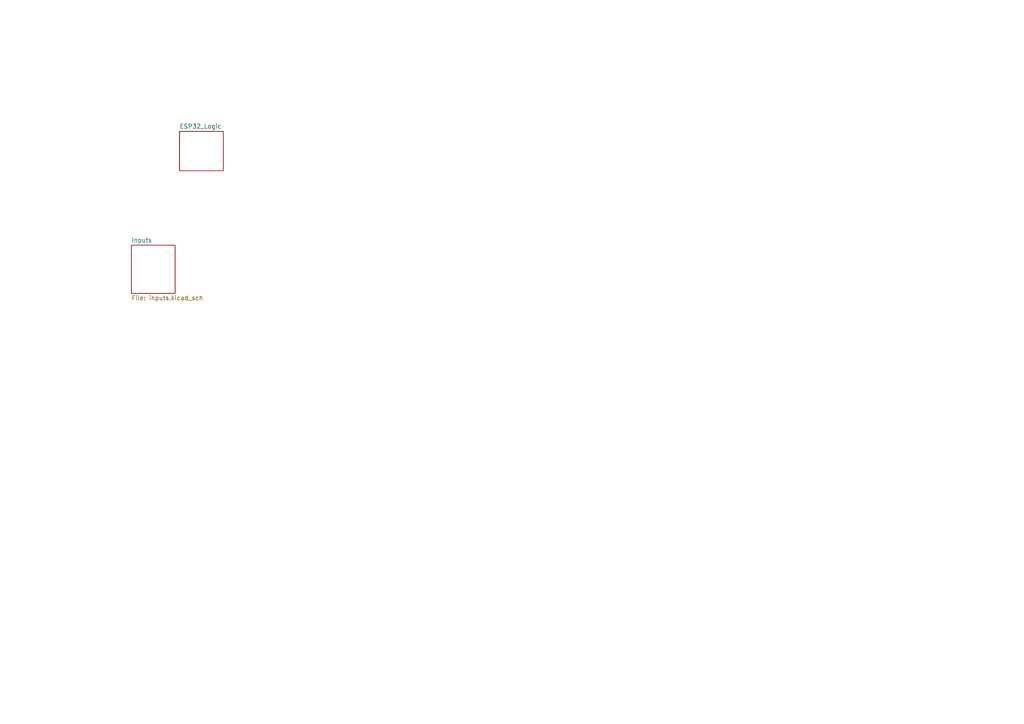
<source format=kicad_sch>
(kicad_sch
	(version 20250114)
	(generator "eeschema")
	(generator_version "9.0")
	(uuid "ffa57959-0cb1-434b-ad03-c55af2413b19")
	(paper "A4")
	(lib_symbols)
	(sheet
		(at 52.07 38.1)
		(size 12.7 11.43)
		(exclude_from_sim no)
		(in_bom yes)
		(on_board yes)
		(dnp no)
		(fields_autoplaced yes)
		(stroke
			(width 0.1524)
			(type solid)
		)
		(fill
			(color 0 0 0 0.0000)
		)
		(uuid "39926f1d-4113-41f7-bd06-ac738b73241a")
		(property "Sheetname" "ESP32_Logic"
			(at 52.07 37.3884 0)
			(effects
				(font
					(size 1.27 1.27)
				)
				(justify left bottom)
			)
		)
		(property "Sheetfile" "esp32_logic.kicad_sch"
			(at 52.07 50.1146 0)
			(effects
				(font
					(size 1.27 1.27)
				)
				(justify left top)
				(hide yes)
			)
		)
		(instances
			(project "KVM-Control"
				(path "/ffa57959-0cb1-434b-ad03-c55af2413b19"
					(page "4")
				)
			)
		)
	)
	(sheet
		(at 38.1 71.12)
		(size 12.7 13.97)
		(exclude_from_sim no)
		(in_bom yes)
		(on_board yes)
		(dnp no)
		(fields_autoplaced yes)
		(stroke
			(width 0.1524)
			(type solid)
		)
		(fill
			(color 0 0 0 0.0000)
		)
		(uuid "7c7a0508-aba8-4cf1-9723-1fd1c76a0e7c")
		(property "Sheetname" "Inputs"
			(at 38.1 70.4084 0)
			(effects
				(font
					(size 1.27 1.27)
				)
				(justify left bottom)
			)
		)
		(property "Sheetfile" "inputs.kicad_sch"
			(at 38.1 85.6746 0)
			(effects
				(font
					(size 1.27 1.27)
				)
				(justify left top)
			)
		)
		(instances
			(project "KVM-Control"
				(path "/ffa57959-0cb1-434b-ad03-c55af2413b19"
					(page "2")
				)
			)
		)
	)
	(sheet_instances
		(path "/"
			(page "1")
		)
	)
	(embedded_fonts no)
)

</source>
